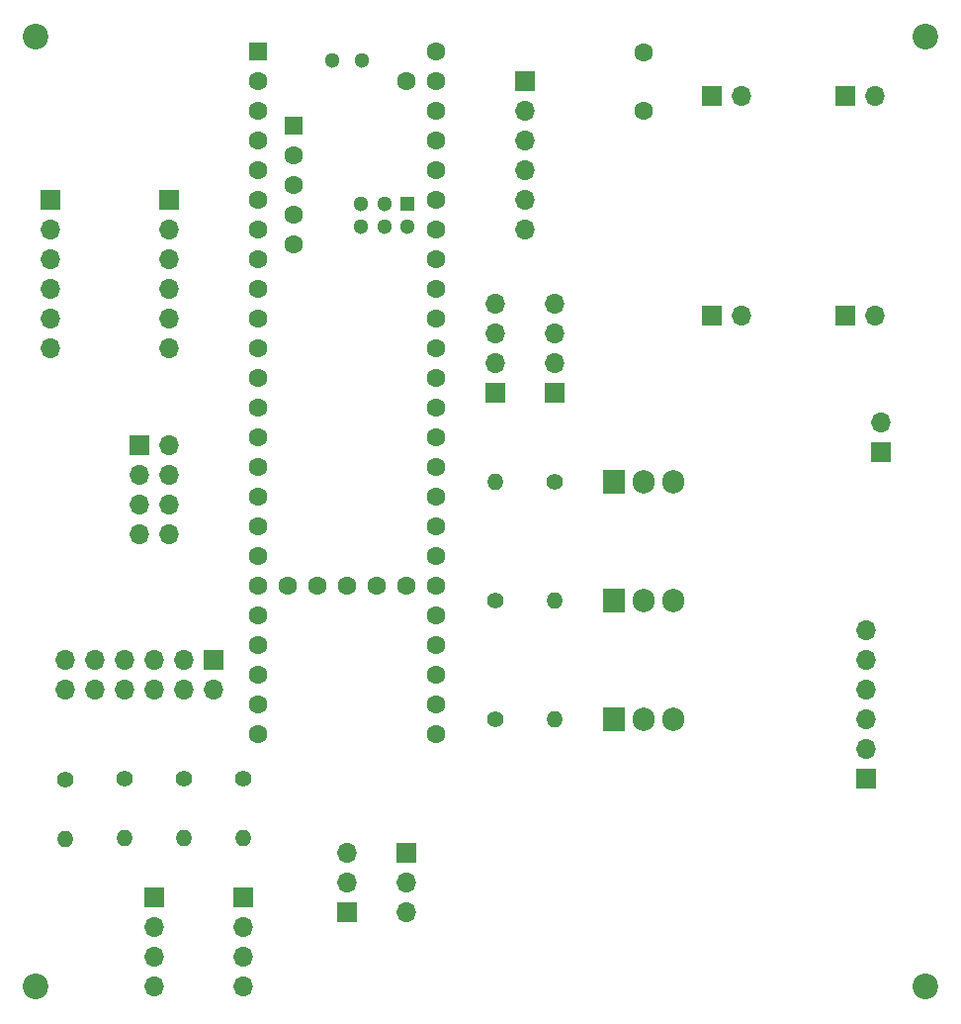
<source format=gbr>
%TF.GenerationSoftware,KiCad,Pcbnew,(6.0.9)*%
%TF.CreationDate,2023-01-08T11:03:24-08:00*%
%TF.ProjectId,CNC_Foamcutter_Control_Board,434e435f-466f-4616-9d63-75747465725f,rev?*%
%TF.SameCoordinates,Original*%
%TF.FileFunction,Soldermask,Top*%
%TF.FilePolarity,Negative*%
%FSLAX46Y46*%
G04 Gerber Fmt 4.6, Leading zero omitted, Abs format (unit mm)*
G04 Created by KiCad (PCBNEW (6.0.9)) date 2023-01-08 11:03:24*
%MOMM*%
%LPD*%
G01*
G04 APERTURE LIST*
%ADD10O,1.700000X1.700000*%
%ADD11R,1.700000X1.700000*%
%ADD12C,2.200000*%
%ADD13C,1.600000*%
%ADD14C,1.400000*%
%ADD15O,1.400000X1.400000*%
%ADD16R,1.905000X2.000000*%
%ADD17O,1.905000X2.000000*%
%ADD18R,1.600000X1.600000*%
%ADD19R,1.300000X1.300000*%
%ADD20C,1.300000*%
G04 APERTURE END LIST*
D10*
%TO.C,J15*%
X139700000Y-81270000D03*
X139700000Y-83810000D03*
X139700000Y-86350000D03*
D11*
X139700000Y-88890000D03*
%TD*%
D12*
%TO.C,REF\u002A\u002A*%
X176530000Y-139700000D03*
%TD*%
D10*
%TO.C,J17*%
X102870000Y-114295000D03*
X105410000Y-114295000D03*
X107950000Y-114295000D03*
X110490000Y-114295000D03*
X113030000Y-114295000D03*
X115570000Y-114295000D03*
X102870000Y-111755000D03*
X105410000Y-111755000D03*
X107950000Y-111755000D03*
X110490000Y-111755000D03*
X113030000Y-111755000D03*
D11*
X115570000Y-111755000D03*
%TD*%
D10*
%TO.C,J16*%
X144780000Y-81270000D03*
X144780000Y-83810000D03*
X144780000Y-86350000D03*
D11*
X144780000Y-88890000D03*
%TD*%
D13*
%TO.C,C1*%
X152400000Y-59730000D03*
X152400000Y-64730000D03*
%TD*%
D11*
%TO.C,J10*%
X109215000Y-93345000D03*
D10*
X111755000Y-93345000D03*
X109215000Y-95885000D03*
X111755000Y-95885000D03*
X109215000Y-98425000D03*
X111755000Y-98425000D03*
X109215000Y-100965000D03*
X111755000Y-100965000D03*
%TD*%
D11*
%TO.C,J12*%
X171450000Y-121920000D03*
D10*
X171450000Y-119380000D03*
X171450000Y-116840000D03*
X171450000Y-114300000D03*
X171450000Y-111760000D03*
X171450000Y-109220000D03*
%TD*%
D11*
%TO.C,J11*%
X127000000Y-133335000D03*
D10*
X127000000Y-130795000D03*
X127000000Y-128255000D03*
%TD*%
D11*
%TO.C,J7*%
X132080000Y-128270000D03*
D10*
X132080000Y-130810000D03*
X132080000Y-133350000D03*
%TD*%
D14*
%TO.C,R3*%
X113030000Y-121920000D03*
D15*
X113030000Y-127000000D03*
%TD*%
D14*
%TO.C,R6*%
X139700000Y-106680000D03*
D15*
X144780000Y-106680000D03*
%TD*%
D10*
%TO.C,J3*%
X160790000Y-82296000D03*
D11*
X158250000Y-82296000D03*
%TD*%
D12*
%TO.C,REF\u002A\u002A*%
X100330000Y-58420000D03*
%TD*%
D10*
%TO.C,J2*%
X172212000Y-82296000D03*
D11*
X169672000Y-82296000D03*
%TD*%
%TO.C,J9*%
X101600000Y-72390000D03*
D10*
X101600000Y-74930000D03*
X101600000Y-77470000D03*
X101600000Y-80010000D03*
X101600000Y-82550000D03*
X101600000Y-85090000D03*
%TD*%
D11*
%TO.C,J6*%
X142240000Y-62230000D03*
D10*
X142240000Y-64770000D03*
X142240000Y-67310000D03*
X142240000Y-69850000D03*
X142240000Y-72390000D03*
X142240000Y-74930000D03*
%TD*%
D14*
%TO.C,R7*%
X144780000Y-96520000D03*
D15*
X139700000Y-96520000D03*
%TD*%
D10*
%TO.C,J5*%
X160790000Y-63500000D03*
D11*
X158250000Y-63500000D03*
%TD*%
%TO.C,J8*%
X111760000Y-72390000D03*
D10*
X111760000Y-74930000D03*
X111760000Y-77470000D03*
X111760000Y-80010000D03*
X111760000Y-82550000D03*
X111760000Y-85090000D03*
%TD*%
D12*
%TO.C,REF\u002A\u002A*%
X176530000Y-58420000D03*
%TD*%
D10*
%TO.C,J4*%
X172220000Y-63500000D03*
D11*
X169680000Y-63500000D03*
%TD*%
%TO.C,J13*%
X110490000Y-132080000D03*
D10*
X110490000Y-134620000D03*
X110490000Y-137160000D03*
X110490000Y-139700000D03*
%TD*%
D14*
%TO.C,R4*%
X118110000Y-121920000D03*
D15*
X118110000Y-127000000D03*
%TD*%
D14*
%TO.C,R1*%
X107950000Y-121920000D03*
D15*
X107950000Y-127000000D03*
%TD*%
D16*
%TO.C,Q2*%
X149860000Y-106680000D03*
D17*
X152400000Y-106680000D03*
X154940000Y-106680000D03*
%TD*%
D16*
%TO.C,Q3*%
X149860000Y-96520000D03*
D17*
X152400000Y-96520000D03*
X154940000Y-96520000D03*
%TD*%
D11*
%TO.C,J1*%
X172720000Y-93980000D03*
D10*
X172720000Y-91440000D03*
%TD*%
D16*
%TO.C,Q1*%
X149860000Y-116840000D03*
D17*
X152400000Y-116840000D03*
X154940000Y-116840000D03*
%TD*%
D14*
%TO.C,R5*%
X139700000Y-116840000D03*
D15*
X144780000Y-116840000D03*
%TD*%
D12*
%TO.C,REF\u002A\u002A*%
X100330000Y-139700000D03*
%TD*%
D18*
%TO.C,U1*%
X119380000Y-59690000D03*
D13*
X119380000Y-62230000D03*
X119380000Y-64770000D03*
X119380000Y-67310000D03*
X119380000Y-69850000D03*
X119380000Y-72390000D03*
X119380000Y-74930000D03*
X119380000Y-77470000D03*
X119380000Y-80010000D03*
X119380000Y-82550000D03*
X119380000Y-85090000D03*
X119380000Y-87630000D03*
X119380000Y-90170000D03*
X119380000Y-92710000D03*
X119380000Y-95250000D03*
X119380000Y-97790000D03*
X119380000Y-100330000D03*
X119380000Y-102870000D03*
X119380000Y-105410000D03*
X119380000Y-107950000D03*
X119380000Y-110490000D03*
X119380000Y-113030000D03*
X119380000Y-115570000D03*
X119380000Y-118110000D03*
X134620000Y-118110000D03*
X134620000Y-115570000D03*
X134620000Y-113030000D03*
X134620000Y-110490000D03*
X134620000Y-107950000D03*
X134620000Y-105410000D03*
X134620000Y-102870000D03*
X134620000Y-100330000D03*
X134620000Y-97790000D03*
X134620000Y-95250000D03*
X134620000Y-92710000D03*
X134620000Y-90170000D03*
X134620000Y-87630000D03*
X134620000Y-85090000D03*
X134620000Y-82550000D03*
X134620000Y-80010000D03*
X134620000Y-77470000D03*
X134620000Y-74930000D03*
X134620000Y-72390000D03*
X134620000Y-69850000D03*
X134620000Y-67310000D03*
X134620000Y-64770000D03*
X134620000Y-62230000D03*
X134620000Y-59690000D03*
X132080000Y-62230000D03*
X121920000Y-105410000D03*
X124460000Y-105410000D03*
X127000000Y-105410000D03*
X129540000Y-105410000D03*
X132080000Y-105410000D03*
D18*
X122430800Y-65989200D03*
D13*
X122430800Y-68529200D03*
X122430800Y-71069200D03*
X122430800Y-73609200D03*
X122430800Y-76149200D03*
D19*
X132181600Y-72660000D03*
D20*
X130181600Y-72660000D03*
X128181600Y-72660000D03*
X128181600Y-74660000D03*
X130181600Y-74660000D03*
X132181600Y-74660000D03*
X128270000Y-60420000D03*
X125730000Y-60420000D03*
%TD*%
D14*
%TO.C,R2*%
X102870000Y-121970000D03*
D15*
X102870000Y-127050000D03*
%TD*%
D11*
%TO.C,J14*%
X118110000Y-132080000D03*
D10*
X118110000Y-134620000D03*
X118110000Y-137160000D03*
X118110000Y-139700000D03*
%TD*%
M02*

</source>
